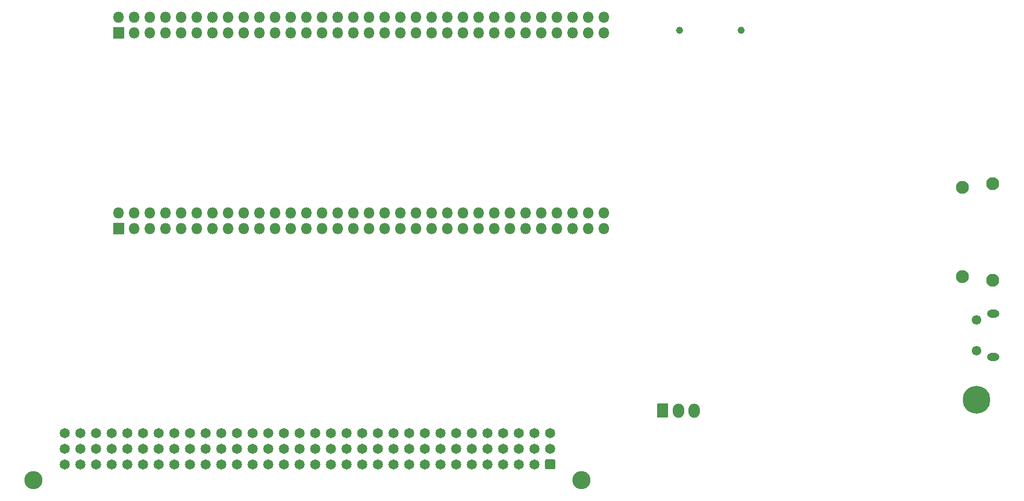
<source format=gbr>
G04 #@! TF.GenerationSoftware,KiCad,Pcbnew,5.1.9+dfsg1-1~bpo10+1*
G04 #@! TF.CreationDate,2022-11-13T14:05:17+01:00*
G04 #@! TF.ProjectId,nubus-to-ztex,6e756275-732d-4746-9f2d-7a7465782e6b,rev?*
G04 #@! TF.SameCoordinates,Original*
G04 #@! TF.FileFunction,Soldermask,Bot*
G04 #@! TF.FilePolarity,Negative*
%FSLAX46Y46*%
G04 Gerber Fmt 4.6, Leading zero omitted, Abs format (unit mm)*
G04 Created by KiCad (PCBNEW 5.1.9+dfsg1-1~bpo10+1) date 2022-11-13 14:05:17*
%MOMM*%
%LPD*%
G01*
G04 APERTURE LIST*
%ADD10C,1.152000*%
%ADD11C,4.502000*%
%ADD12C,1.552000*%
%ADD13O,2.002000X1.302000*%
%ADD14O,1.842000X2.302000*%
%ADD15O,1.802000X1.802000*%
%ADD16C,2.102000*%
%ADD17C,2.952000*%
%ADD18C,1.652000*%
%ADD19C,0.100000*%
G04 APERTURE END LIST*
D10*
X221000000Y-29590000D03*
X231000000Y-29590000D03*
D11*
X269197500Y-89500000D03*
D12*
X269197500Y-81570000D03*
X269197500Y-76570000D03*
D13*
X271897500Y-82570000D03*
X271897500Y-75570000D03*
G36*
G01*
X217319000Y-92156346D02*
X217319000Y-90383654D01*
G75*
G02*
X217583654Y-90119000I264654J0D01*
G01*
X218896346Y-90119000D01*
G75*
G02*
X219161000Y-90383654I0J-264654D01*
G01*
X219161000Y-92156346D01*
G75*
G02*
X218896346Y-92421000I-264654J0D01*
G01*
X217583654Y-92421000D01*
G75*
G02*
X217319000Y-92156346I0J264654D01*
G01*
G37*
D14*
X220780000Y-91270000D03*
X223320000Y-91270000D03*
G36*
G01*
X130850000Y-30901000D02*
X129150000Y-30901000D01*
G75*
G02*
X129099000Y-30850000I0J51000D01*
G01*
X129099000Y-29150000D01*
G75*
G02*
X129150000Y-29099000I51000J0D01*
G01*
X130850000Y-29099000D01*
G75*
G02*
X130901000Y-29150000I0J-51000D01*
G01*
X130901000Y-30850000D01*
G75*
G02*
X130850000Y-30901000I-51000J0D01*
G01*
G37*
D15*
X130000000Y-27460000D03*
X132540000Y-30000000D03*
X132540000Y-27460000D03*
X135080000Y-30000000D03*
X135080000Y-27460000D03*
X137620000Y-30000000D03*
X137620000Y-27460000D03*
X140160000Y-30000000D03*
X140160000Y-27460000D03*
X142700000Y-30000000D03*
X142700000Y-27460000D03*
X145240000Y-30000000D03*
X145240000Y-27460000D03*
X147780000Y-30000000D03*
X147780000Y-27460000D03*
X150320000Y-30000000D03*
X150320000Y-27460000D03*
X152860000Y-30000000D03*
X152860000Y-27460000D03*
X155400000Y-30000000D03*
X155400000Y-27460000D03*
X157940000Y-30000000D03*
X157940000Y-27460000D03*
X160480000Y-30000000D03*
X160480000Y-27460000D03*
X163020000Y-30000000D03*
X163020000Y-27460000D03*
X165560000Y-30000000D03*
X165560000Y-27460000D03*
X168100000Y-30000000D03*
X168100000Y-27460000D03*
X170640000Y-30000000D03*
X170640000Y-27460000D03*
X173180000Y-30000000D03*
X173180000Y-27460000D03*
X175720000Y-30000000D03*
X175720000Y-27460000D03*
X178260000Y-30000000D03*
X178260000Y-27460000D03*
X180800000Y-30000000D03*
X180800000Y-27460000D03*
X183340000Y-30000000D03*
X183340000Y-27460000D03*
X185880000Y-30000000D03*
X185880000Y-27460000D03*
X188420000Y-30000000D03*
X188420000Y-27460000D03*
X190960000Y-30000000D03*
X190960000Y-27460000D03*
X193500000Y-30000000D03*
X193500000Y-27460000D03*
X196040000Y-30000000D03*
X196040000Y-27460000D03*
X198580000Y-30000000D03*
X198580000Y-27460000D03*
X201120000Y-30000000D03*
X201120000Y-27460000D03*
X203660000Y-30000000D03*
X203660000Y-27460000D03*
X206200000Y-30000000D03*
X206200000Y-27460000D03*
X208740000Y-30000000D03*
X208740000Y-27460000D03*
D16*
X271800000Y-70150000D03*
X271800000Y-54450000D03*
X266850000Y-69550000D03*
X266850000Y-55050000D03*
D17*
X205080000Y-102540000D03*
X116180000Y-102540000D03*
G36*
G01*
X200826000Y-99440449D02*
X200826000Y-100559551D01*
G75*
G02*
X200559551Y-100826000I-266449J0D01*
G01*
X199440449Y-100826000D01*
G75*
G02*
X199174000Y-100559551I0J266449D01*
G01*
X199174000Y-99440449D01*
G75*
G02*
X199440449Y-99174000I266449J0D01*
G01*
X200559551Y-99174000D01*
G75*
G02*
X200826000Y-99440449I0J-266449D01*
G01*
G37*
D18*
X197460000Y-100000000D03*
X194920000Y-100000000D03*
X192380000Y-100000000D03*
X189840000Y-100000000D03*
X187300000Y-100000000D03*
X184760000Y-100000000D03*
X182220000Y-100000000D03*
X179680000Y-100000000D03*
X177140000Y-100000000D03*
X174600000Y-100000000D03*
X172060000Y-100000000D03*
X169520000Y-100000000D03*
X166980000Y-100000000D03*
X164440000Y-100000000D03*
X161900000Y-100000000D03*
X159360000Y-100000000D03*
X156820000Y-100000000D03*
X154280000Y-100000000D03*
X151740000Y-100000000D03*
X149200000Y-100000000D03*
X146660000Y-100000000D03*
X144120000Y-100000000D03*
X141580000Y-100000000D03*
X139040000Y-100000000D03*
X136500000Y-100000000D03*
X133960000Y-100000000D03*
X131420000Y-100000000D03*
X128880000Y-100000000D03*
X126340000Y-100000000D03*
X123800000Y-100000000D03*
X121260000Y-100000000D03*
X200000000Y-97460000D03*
X197460000Y-97460000D03*
X194920000Y-97460000D03*
X192380000Y-97460000D03*
X189840000Y-97460000D03*
X187300000Y-97460000D03*
X184760000Y-97460000D03*
X182220000Y-97460000D03*
X179680000Y-97460000D03*
X177140000Y-97460000D03*
X174600000Y-97460000D03*
X172060000Y-97460000D03*
X169520000Y-97460000D03*
X166980000Y-97460000D03*
X164440000Y-97460000D03*
X161900000Y-97460000D03*
X159360000Y-97460000D03*
X156820000Y-97460000D03*
X154280000Y-97460000D03*
X151740000Y-97460000D03*
X149200000Y-97460000D03*
X146660000Y-97460000D03*
X144120000Y-97460000D03*
X141580000Y-97460000D03*
X139040000Y-97460000D03*
X136500000Y-97460000D03*
X133960000Y-97460000D03*
X131420000Y-97460000D03*
X128880000Y-97460000D03*
X126340000Y-97460000D03*
X123800000Y-97460000D03*
X121260000Y-97460000D03*
X200000000Y-94920000D03*
X197460000Y-94920000D03*
X194920000Y-94920000D03*
X192380000Y-94920000D03*
X189840000Y-94920000D03*
X187300000Y-94920000D03*
X184760000Y-94920000D03*
X182220000Y-94920000D03*
X179680000Y-94920000D03*
X177140000Y-94920000D03*
X174600000Y-94920000D03*
X172060000Y-94920000D03*
X169520000Y-94920000D03*
X166980000Y-94920000D03*
X164440000Y-94920000D03*
X161900000Y-94920000D03*
X159360000Y-94920000D03*
X156820000Y-94920000D03*
X154280000Y-94920000D03*
X151740000Y-94920000D03*
X149200000Y-94920000D03*
X146660000Y-94920000D03*
X144120000Y-94920000D03*
X141580000Y-94920000D03*
X139040000Y-94920000D03*
X136500000Y-94920000D03*
X133960000Y-94920000D03*
X131420000Y-94920000D03*
X128880000Y-94920000D03*
X126340000Y-94920000D03*
X123800000Y-94920000D03*
X121260000Y-94920000D03*
D15*
X208740000Y-59210000D03*
X208740000Y-61750000D03*
X206200000Y-59210000D03*
X206200000Y-61750000D03*
X203660000Y-59210000D03*
X203660000Y-61750000D03*
X201120000Y-59210000D03*
X201120000Y-61750000D03*
X198580000Y-59210000D03*
X198580000Y-61750000D03*
X196040000Y-59210000D03*
X196040000Y-61750000D03*
X193500000Y-59210000D03*
X193500000Y-61750000D03*
X190960000Y-59210000D03*
X190960000Y-61750000D03*
X188420000Y-59210000D03*
X188420000Y-61750000D03*
X185880000Y-59210000D03*
X185880000Y-61750000D03*
X183340000Y-59210000D03*
X183340000Y-61750000D03*
X180800000Y-59210000D03*
X180800000Y-61750000D03*
X178260000Y-59210000D03*
X178260000Y-61750000D03*
X175720000Y-59210000D03*
X175720000Y-61750000D03*
X173180000Y-59210000D03*
X173180000Y-61750000D03*
X170640000Y-59210000D03*
X170640000Y-61750000D03*
X168100000Y-59210000D03*
X168100000Y-61750000D03*
X165560000Y-59210000D03*
X165560000Y-61750000D03*
X163020000Y-59210000D03*
X163020000Y-61750000D03*
X160480000Y-59210000D03*
X160480000Y-61750000D03*
X157940000Y-59210000D03*
X157940000Y-61750000D03*
X155400000Y-59210000D03*
X155400000Y-61750000D03*
X152860000Y-59210000D03*
X152860000Y-61750000D03*
X150320000Y-59210000D03*
X150320000Y-61750000D03*
X147780000Y-59210000D03*
X147780000Y-61750000D03*
X145240000Y-59210000D03*
X145240000Y-61750000D03*
X142700000Y-59210000D03*
X142700000Y-61750000D03*
X140160000Y-59210000D03*
X140160000Y-61750000D03*
X137620000Y-59210000D03*
X137620000Y-61750000D03*
X135080000Y-59210000D03*
X135080000Y-61750000D03*
X132540000Y-59210000D03*
X132540000Y-61750000D03*
X130000000Y-59210000D03*
G36*
G01*
X130850000Y-62651000D02*
X129150000Y-62651000D01*
G75*
G02*
X129099000Y-62600000I0J51000D01*
G01*
X129099000Y-60900000D01*
G75*
G02*
X129150000Y-60849000I51000J0D01*
G01*
X130850000Y-60849000D01*
G75*
G02*
X130901000Y-60900000I0J-51000D01*
G01*
X130901000Y-62600000D01*
G75*
G02*
X130850000Y-62651000I-51000J0D01*
G01*
G37*
D19*
G36*
X217320990Y-92156150D02*
G01*
X217326055Y-92207582D01*
X217341003Y-92256856D01*
X217365273Y-92302264D01*
X217397936Y-92342064D01*
X217437736Y-92374727D01*
X217483144Y-92398997D01*
X217532418Y-92413945D01*
X217583850Y-92419010D01*
X217585476Y-92420175D01*
X217585280Y-92422165D01*
X217583654Y-92423000D01*
X217500712Y-92423000D01*
X217500516Y-92422990D01*
X217460244Y-92419024D01*
X217459859Y-92418948D01*
X217427035Y-92408990D01*
X217426673Y-92408840D01*
X217396425Y-92392672D01*
X217396099Y-92392454D01*
X217369583Y-92370694D01*
X217369306Y-92370417D01*
X217347546Y-92343901D01*
X217347328Y-92343575D01*
X217331160Y-92313327D01*
X217331010Y-92312965D01*
X217321052Y-92280141D01*
X217320976Y-92279756D01*
X217317010Y-92239484D01*
X217317000Y-92239288D01*
X217317000Y-92156346D01*
X217318000Y-92154614D01*
X217320000Y-92154614D01*
X217320990Y-92156150D01*
G37*
G36*
X219162165Y-92154720D02*
G01*
X219163000Y-92156346D01*
X219163000Y-92239288D01*
X219162990Y-92239484D01*
X219159024Y-92279756D01*
X219158948Y-92280141D01*
X219148990Y-92312965D01*
X219148840Y-92313327D01*
X219132672Y-92343575D01*
X219132454Y-92343901D01*
X219110694Y-92370417D01*
X219110417Y-92370694D01*
X219083901Y-92392454D01*
X219083575Y-92392672D01*
X219053327Y-92408840D01*
X219052965Y-92408990D01*
X219020141Y-92418948D01*
X219019756Y-92419024D01*
X218979484Y-92422990D01*
X218979288Y-92423000D01*
X218896346Y-92423000D01*
X218894614Y-92422000D01*
X218894614Y-92420000D01*
X218896150Y-92419010D01*
X218947582Y-92413945D01*
X218996856Y-92398997D01*
X219042264Y-92374727D01*
X219082064Y-92342064D01*
X219114727Y-92302264D01*
X219138997Y-92256856D01*
X219153945Y-92207582D01*
X219159010Y-92156150D01*
X219160175Y-92154524D01*
X219162165Y-92154720D01*
G37*
G36*
X217585386Y-90118000D02*
G01*
X217585386Y-90120000D01*
X217583850Y-90120990D01*
X217532418Y-90126055D01*
X217483144Y-90141003D01*
X217437736Y-90165273D01*
X217397936Y-90197936D01*
X217365273Y-90237736D01*
X217341003Y-90283144D01*
X217326055Y-90332418D01*
X217320990Y-90383850D01*
X217319825Y-90385476D01*
X217317835Y-90385280D01*
X217317000Y-90383654D01*
X217317000Y-90300712D01*
X217317010Y-90300516D01*
X217320976Y-90260244D01*
X217321052Y-90259859D01*
X217331010Y-90227035D01*
X217331160Y-90226673D01*
X217347328Y-90196425D01*
X217347546Y-90196099D01*
X217369306Y-90169583D01*
X217369583Y-90169306D01*
X217396099Y-90147546D01*
X217396425Y-90147328D01*
X217426673Y-90131160D01*
X217427035Y-90131010D01*
X217459859Y-90121052D01*
X217460244Y-90120976D01*
X217500516Y-90117010D01*
X217500712Y-90117000D01*
X217583654Y-90117000D01*
X217585386Y-90118000D01*
G37*
G36*
X218979484Y-90117010D02*
G01*
X219019756Y-90120976D01*
X219020141Y-90121052D01*
X219052965Y-90131010D01*
X219053327Y-90131160D01*
X219083575Y-90147328D01*
X219083901Y-90147546D01*
X219110417Y-90169306D01*
X219110694Y-90169583D01*
X219132454Y-90196099D01*
X219132672Y-90196425D01*
X219148840Y-90226673D01*
X219148990Y-90227035D01*
X219158948Y-90259859D01*
X219159024Y-90260244D01*
X219162990Y-90300516D01*
X219163000Y-90300712D01*
X219163000Y-90383654D01*
X219162000Y-90385386D01*
X219160000Y-90385386D01*
X219159010Y-90383850D01*
X219153945Y-90332418D01*
X219138997Y-90283144D01*
X219114727Y-90237736D01*
X219082064Y-90197936D01*
X219042264Y-90165273D01*
X218996856Y-90141003D01*
X218947582Y-90126055D01*
X218896150Y-90120990D01*
X218894524Y-90119825D01*
X218894720Y-90117835D01*
X218896346Y-90117000D01*
X218979288Y-90117000D01*
X218979484Y-90117010D01*
G37*
M02*

</source>
